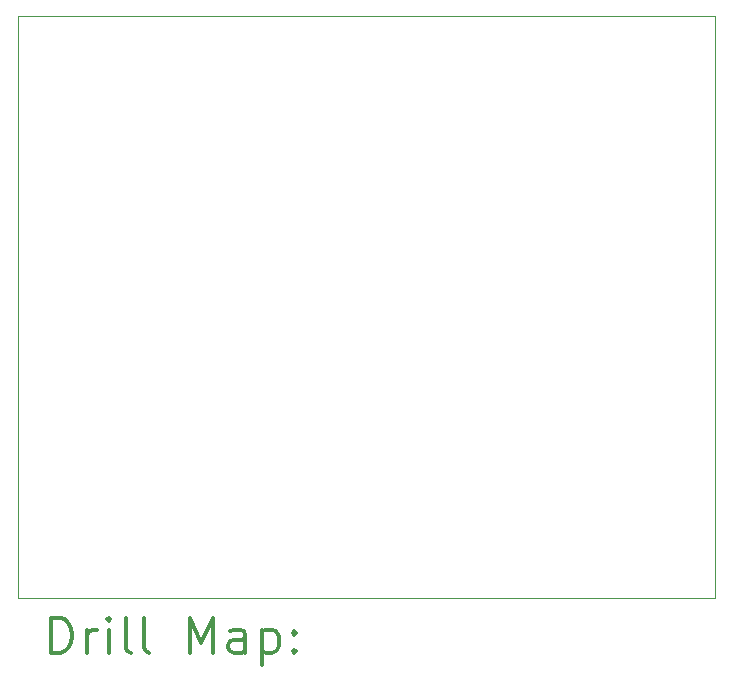
<source format=gbr>
%FSLAX45Y45*%
G04 Gerber Fmt 4.5, Leading zero omitted, Abs format (unit mm)*
G04 Created by KiCad (PCBNEW 5.1.10) date 2021-05-19 15:42:45*
%MOMM*%
%LPD*%
G01*
G04 APERTURE LIST*
%TA.AperFunction,Profile*%
%ADD10C,0.050000*%
%TD*%
%ADD11C,0.200000*%
%ADD12C,0.300000*%
G04 APERTURE END LIST*
D10*
X3800000Y-12450000D02*
X3825000Y-12450000D01*
X9700000Y-12450000D02*
X3825000Y-12450000D01*
X9700000Y-12450000D02*
X9700000Y-17375000D01*
X3800000Y-17375000D02*
X9700000Y-17375000D01*
X3800000Y-12450000D02*
X3800000Y-17375000D01*
D11*
D12*
X4083928Y-17843214D02*
X4083928Y-17543214D01*
X4155357Y-17543214D01*
X4198214Y-17557500D01*
X4226786Y-17586072D01*
X4241071Y-17614643D01*
X4255357Y-17671786D01*
X4255357Y-17714643D01*
X4241071Y-17771786D01*
X4226786Y-17800357D01*
X4198214Y-17828929D01*
X4155357Y-17843214D01*
X4083928Y-17843214D01*
X4383928Y-17843214D02*
X4383928Y-17643214D01*
X4383928Y-17700357D02*
X4398214Y-17671786D01*
X4412500Y-17657500D01*
X4441071Y-17643214D01*
X4469643Y-17643214D01*
X4569643Y-17843214D02*
X4569643Y-17643214D01*
X4569643Y-17543214D02*
X4555357Y-17557500D01*
X4569643Y-17571786D01*
X4583928Y-17557500D01*
X4569643Y-17543214D01*
X4569643Y-17571786D01*
X4755357Y-17843214D02*
X4726786Y-17828929D01*
X4712500Y-17800357D01*
X4712500Y-17543214D01*
X4912500Y-17843214D02*
X4883928Y-17828929D01*
X4869643Y-17800357D01*
X4869643Y-17543214D01*
X5255357Y-17843214D02*
X5255357Y-17543214D01*
X5355357Y-17757500D01*
X5455357Y-17543214D01*
X5455357Y-17843214D01*
X5726786Y-17843214D02*
X5726786Y-17686072D01*
X5712500Y-17657500D01*
X5683928Y-17643214D01*
X5626786Y-17643214D01*
X5598214Y-17657500D01*
X5726786Y-17828929D02*
X5698214Y-17843214D01*
X5626786Y-17843214D01*
X5598214Y-17828929D01*
X5583928Y-17800357D01*
X5583928Y-17771786D01*
X5598214Y-17743214D01*
X5626786Y-17728929D01*
X5698214Y-17728929D01*
X5726786Y-17714643D01*
X5869643Y-17643214D02*
X5869643Y-17943214D01*
X5869643Y-17657500D02*
X5898214Y-17643214D01*
X5955357Y-17643214D01*
X5983928Y-17657500D01*
X5998214Y-17671786D01*
X6012500Y-17700357D01*
X6012500Y-17786072D01*
X5998214Y-17814643D01*
X5983928Y-17828929D01*
X5955357Y-17843214D01*
X5898214Y-17843214D01*
X5869643Y-17828929D01*
X6141071Y-17814643D02*
X6155357Y-17828929D01*
X6141071Y-17843214D01*
X6126786Y-17828929D01*
X6141071Y-17814643D01*
X6141071Y-17843214D01*
X6141071Y-17657500D02*
X6155357Y-17671786D01*
X6141071Y-17686072D01*
X6126786Y-17671786D01*
X6141071Y-17657500D01*
X6141071Y-17686072D01*
M02*

</source>
